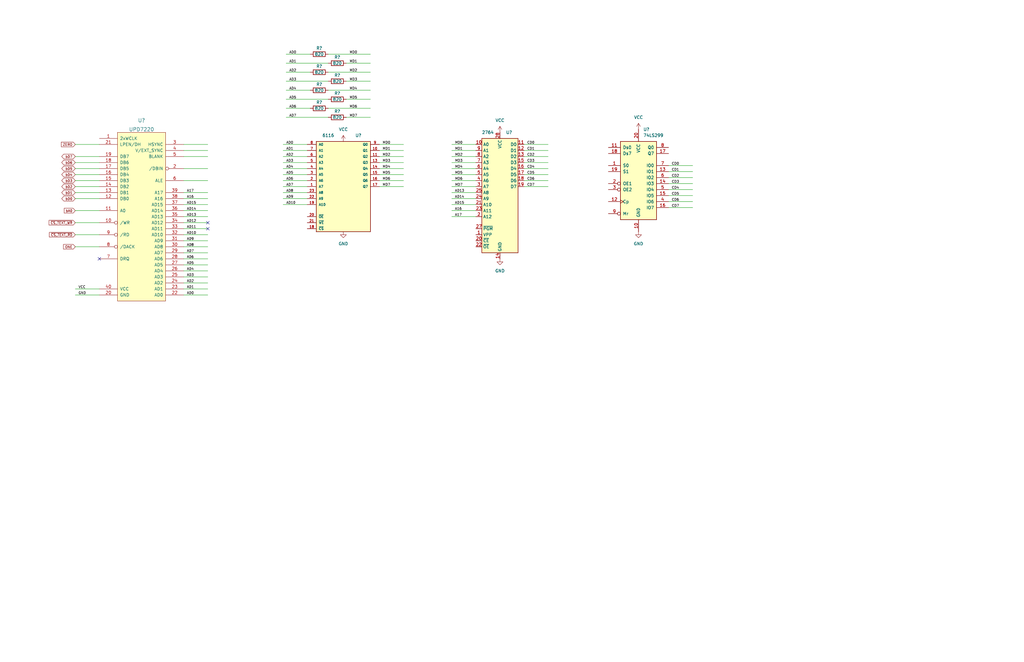
<source format=kicad_sch>
(kicad_sch (version 20211123) (generator eeschema)
  (paper "B")
  (lib_symbols
    (symbol "74xx:74LS299" (pin_names (offset 1.016))
      (property "Reference" "U" (at -7.62 16.51 0))
      (property "Value" "74LS299" (at -7.62 -19.05 0))
      (symbol "74LS299_1_0"
        (pin input line (at -12.7 5.08 0) (length 5.08) (name "S0") (number "1"))
        (pin power_in line (at 0 -22.86 90) (length 5.08) (name "GND") (number "10"))
        (pin input line (at -12.7 12.7 0) (length 5.08) (name "Ds0") (number "11"))
        (pin input clock (at -12.7 -10.16 0) (length 5.08) (name "Cp") (number "12"))
        (pin tri_state line (at 12.7 2.54 180) (length 5.08) (name "IO1") (number "13"))
        (pin tri_state line (at 12.7 -2.54 180) (length 5.08) (name "IO3") (number "14"))
        (pin tri_state line (at 12.7 -7.62 180) (length 5.08) (name "IO5") (number "15"))
        (pin tri_state line (at 12.7 -12.7 180) (length 5.08) (name "IO7") (number "16"))
        (pin output line (at 12.7 10.16 180) (length 5.08) (name "Q7") (number "17"))
        (pin input line (at -12.7 10.16 0) (length 5.08) (name "Ds7") (number "18"))
        (pin input line (at -12.7 2.54 0) (length 5.08) (name "S1") (number "19"))
        (pin input inverted (at -12.7 -2.54 0) (length 5.08) (name "OE1") (number "2"))
        (pin power_in line (at 0 20.32 270) (length 5.08) (name "VCC") (number "20"))
        (pin input inverted (at -12.7 -5.08 0) (length 5.08) (name "OE2") (number "3"))
        (pin tri_state line (at 12.7 -10.16 180) (length 5.08) (name "IO6") (number "4"))
        (pin tri_state line (at 12.7 -5.08 180) (length 5.08) (name "IO4") (number "5"))
        (pin tri_state line (at 12.7 0 180) (length 5.08) (name "IO2") (number "6"))
        (pin tri_state line (at 12.7 5.08 180) (length 5.08) (name "IO0") (number "7"))
        (pin output line (at 12.7 12.7 180) (length 5.08) (name "Q0") (number "8"))
        (pin input inverted (at -12.7 -15.24 0) (length 5.08) (name "Mr") (number "9"))
      )
      (symbol "74LS299_1_1"
        (rectangle (start -7.62 15.24) (end 7.62 -17.78) (stroke (width 0.254)) (fill (type background)))
      )
    )
    (symbol "Archer:6116" (pin_names (offset 1.016))
      (property "Reference" "U11" (at 0 20.955 0))
      (property "Value" "6116" (at 0 0 0))
      (symbol "6116_0_0"
        (pin power_in line (at 0 -19.05 90) (length 0) hide (name "GND") (number "12"))
        (pin power_in line (at 0 19.05 270) (length 0) hide (name "VCC") (number "24"))
      )
      (symbol "6116_0_1"
        (rectangle (start -11.43 19.05) (end 11.43 -19.05) (stroke (width 0.254)) (fill (type background)))
      )
      (symbol "6116_1_1"
        (pin input line (at -15.24 0 0) (length 3.81) (name "A7") (number "1"))
        (pin tri_state line (at 15.24 15.24 180) (length 3.81) (name "Q1") (number "10"))
        (pin tri_state line (at 15.24 12.7 180) (length 3.81) (name "Q2") (number "11"))
        (pin tri_state line (at 15.24 10.16 180) (length 3.81) (name "Q3") (number "13"))
        (pin tri_state line (at 15.24 7.62 180) (length 3.81) (name "Q4") (number "14"))
        (pin tri_state line (at 15.24 5.08 180) (length 3.81) (name "Q5") (number "15"))
        (pin tri_state line (at 15.24 2.54 180) (length 3.81) (name "Q6") (number "16"))
        (pin tri_state line (at 15.24 0 180) (length 3.81) (name "Q7") (number "17"))
        (pin input line (at -15.24 -17.78 0) (length 3.81) (name "~{CS}") (number "18"))
        (pin input line (at -15.24 -7.62 0) (length 3.81) (name "A10") (number "19"))
        (pin input line (at -15.24 2.54 0) (length 3.81) (name "A6") (number "2"))
        (pin input line (at -15.24 -12.7 0) (length 3.81) (name "~{OE}") (number "20"))
        (pin input line (at -15.24 -15.24 0) (length 3.81) (name "~{WE}") (number "21"))
        (pin input line (at -15.24 -5.08 0) (length 3.81) (name "A9") (number "22"))
        (pin input line (at -15.24 -2.54 0) (length 3.81) (name "A8") (number "23"))
        (pin input line (at -15.24 5.08 0) (length 3.81) (name "A5") (number "3"))
        (pin input line (at -15.24 7.62 0) (length 3.81) (name "A4") (number "4"))
        (pin input line (at -15.24 10.16 0) (length 3.81) (name "A3") (number "5"))
        (pin input line (at -15.24 12.7 0) (length 3.81) (name "A2") (number "6"))
        (pin input line (at -15.24 15.24 0) (length 3.81) (name "A1") (number "7"))
        (pin input line (at -15.24 17.78 0) (length 3.81) (name "A0") (number "8"))
        (pin tri_state line (at 15.24 17.78 180) (length 3.81) (name "Q0") (number "9"))
      )
    )
    (symbol "Device:R" (pin_numbers hide) (pin_names (offset 0))
      (property "Reference" "R" (at 2.032 0 90))
      (property "Value" "R" (at 0 0 90))
      (symbol "R_0_1"
        (rectangle (start -1.016 -2.54) (end 1.016 2.54) (stroke (width 0.254)))
      )
      (symbol "R_1_1"
        (pin passive line (at 0 3.81 270) (length 1.27) (name "~") (number "1"))
        (pin passive line (at 0 -3.81 90) (length 1.27) (name "~") (number "2"))
      )
    )
    (symbol "Memory_EPROM:2764"
      (property "Reference" "U" (at -7.62 24.13 0))
      (property "Value" "2764" (at 2.54 -26.67 0))
      (symbol "2764_1_1"
        (rectangle (start -7.62 22.86) (end 7.62 -25.4) (stroke (width 0.254)) (fill (type background)))
        (pin input line (at -10.16 -17.78 0) (length 2.54) (name "VPP") (number "1"))
        (pin input line (at -10.16 20.32 0) (length 2.54) (name "A0") (number "10"))
        (pin tri_state line (at 10.16 20.32 180) (length 2.54) (name "D0") (number "11"))
        (pin tri_state line (at 10.16 17.78 180) (length 2.54) (name "D1") (number "12"))
        (pin tri_state line (at 10.16 15.24 180) (length 2.54) (name "D2") (number "13"))
        (pin power_in line (at 0 -27.94 90) (length 2.54) (name "GND") (number "14"))
        (pin tri_state line (at 10.16 12.7 180) (length 2.54) (name "D3") (number "15"))
        (pin tri_state line (at 10.16 10.16 180) (length 2.54) (name "D4") (number "16"))
        (pin tri_state line (at 10.16 7.62 180) (length 2.54) (name "D5") (number "17"))
        (pin tri_state line (at 10.16 5.08 180) (length 2.54) (name "D6") (number "18"))
        (pin tri_state line (at 10.16 2.54 180) (length 2.54) (name "D7") (number "19"))
        (pin input line (at -10.16 -10.16 0) (length 2.54) (name "A12") (number "2"))
        (pin input line (at -10.16 -20.32 0) (length 2.54) (name "~{CE}") (number "20"))
        (pin input line (at -10.16 -5.08 0) (length 2.54) (name "A10") (number "21"))
        (pin input line (at -10.16 -22.86 0) (length 2.54) (name "~{OE}") (number "22"))
        (pin input line (at -10.16 -7.62 0) (length 2.54) (name "A11") (number "23"))
        (pin input line (at -10.16 -2.54 0) (length 2.54) (name "A9") (number "24"))
        (pin input line (at -10.16 0 0) (length 2.54) (name "A8") (number "25"))
        (pin no_connect line (at 7.62 0 180) (length 2.54) hide (name "NC") (number "26"))
        (pin input line (at -10.16 -15.24 0) (length 2.54) (name "~{PGM}") (number "27"))
        (pin power_in line (at 0 25.4 270) (length 2.54) (name "VCC") (number "28"))
        (pin input line (at -10.16 2.54 0) (length 2.54) (name "A7") (number "3"))
        (pin input line (at -10.16 5.08 0) (length 2.54) (name "A6") (number "4"))
        (pin input line (at -10.16 7.62 0) (length 2.54) (name "A5") (number "5"))
        (pin input line (at -10.16 10.16 0) (length 2.54) (name "A4") (number "6"))
        (pin input line (at -10.16 12.7 0) (length 2.54) (name "A3") (number "7"))
        (pin input line (at -10.16 15.24 0) (length 2.54) (name "A2") (number "8"))
        (pin input line (at -10.16 17.78 0) (length 2.54) (name "A1") (number "9"))
      )
    )
    (symbol "power:GND" (power) (pin_names (offset 0))
      (property "Value" "GND" (at 0 -3.81 0))
      (symbol "GND_0_1"
        (polyline (pts (xy 0 0) (xy 0 -1.27) (xy 1.27 -1.27) (xy 0 -2.54) (xy -1.27 -1.27) (xy 0 -1.27)))
      )
      (symbol "GND_1_1"
        (pin power_in line (at 0 0 270) (length 0) hide (name "GND") (number "1"))
      )
    )
    (symbol "power:VCC" (power) (pin_names (offset 0))
      (property "Value" "VCC" (at 0 3.81 0))
      (symbol "VCC_0_1"
        (polyline (pts (xy -0.762 1.27) (xy 0 2.54)))
        (polyline (pts (xy 0 0) (xy 0 2.54)))
        (polyline (pts (xy 0 2.54) (xy 0.762 1.27)))
      )
      (symbol "VCC_1_1"
        (pin power_in line (at 0 0 90) (length 0) hide (name "VCC") (number "1"))
      )
    )
    (symbol "uPD7220:UPD7220" (pin_names (offset 1.016))
      (property "Reference" "U?" (at 0 -10.16 0))
      (property "Value" "UPD7220" (at 0 27.94 0))
      (symbol "UPD7220_0_1"
        (rectangle (start -10.16 26.67) (end 10.16 -44.45) (fill (type background)))
      )
      (symbol "UPD7220_1_1"
        (pin input line (at -17.78 24.13 0) (length 7.62) (name "2xWCLK") (number "1"))
        (pin input inverted (at -17.78 -11.43 0) (length 7.62) (name "/WR") (number "10"))
        (pin input line (at -17.78 -6.35 0) (length 7.62) (name "A0") (number "11"))
        (pin bidirectional line (at -17.78 -1.27 0) (length 7.62) (name "DB0") (number "12"))
        (pin bidirectional line (at -17.78 1.27 0) (length 7.62) (name "DB1") (number "13"))
        (pin bidirectional line (at -17.78 3.81 0) (length 7.62) (name "DB2") (number "14"))
        (pin bidirectional line (at -17.78 6.35 0) (length 7.62) (name "DB3") (number "15"))
        (pin bidirectional line (at -17.78 8.89 0) (length 7.62) (name "DB4") (number "16"))
        (pin bidirectional line (at -17.78 11.43 0) (length 7.62) (name "DB5") (number "17"))
        (pin bidirectional line (at -17.78 13.97 0) (length 7.62) (name "DB6") (number "18"))
        (pin bidirectional line (at -17.78 16.51 0) (length 7.62) (name "DB7") (number "19"))
        (pin output inverted (at 17.78 11.43 180) (length 7.62) (name "/DBIN") (number "2"))
        (pin power_in line (at -17.78 -41.91 0) (length 7.62) (name "GND") (number "20"))
        (pin input line (at -17.78 21.59 0) (length 7.62) (name "LPEN/DH") (number "21"))
        (pin bidirectional line (at 17.78 -41.91 180) (length 7.62) (name "AD0") (number "22"))
        (pin bidirectional line (at 17.78 -39.37 180) (length 7.62) (name "AD1") (number "23"))
        (pin bidirectional line (at 17.78 -36.83 180) (length 7.62) (name "AD2") (number "24"))
        (pin bidirectional line (at 17.78 -34.29 180) (length 7.62) (name "AD3") (number "25"))
        (pin bidirectional line (at 17.78 -31.75 180) (length 7.62) (name "AD4") (number "26"))
        (pin bidirectional line (at 17.78 -29.21 180) (length 7.62) (name "AD5") (number "27"))
        (pin bidirectional line (at 17.78 -26.67 180) (length 7.62) (name "AD6") (number "28"))
        (pin bidirectional line (at 17.78 -24.13 180) (length 7.62) (name "AD7") (number "29"))
        (pin output line (at 17.78 21.59 180) (length 7.62) (name "HSYNC") (number "3"))
        (pin bidirectional line (at 17.78 -21.59 180) (length 7.62) (name "AD8") (number "30"))
        (pin bidirectional line (at 17.78 -19.05 180) (length 7.62) (name "AD9") (number "31"))
        (pin bidirectional line (at 17.78 -16.51 180) (length 7.62) (name "AD10") (number "32"))
        (pin bidirectional line (at 17.78 -13.97 180) (length 7.62) (name "AD11") (number "33"))
        (pin bidirectional line (at 17.78 -11.43 180) (length 7.62) (name "AD12") (number "34"))
        (pin bidirectional line (at 17.78 -8.89 180) (length 7.62) (name "AD13") (number "35"))
        (pin bidirectional line (at 17.78 -6.35 180) (length 7.62) (name "AD14") (number "36"))
        (pin bidirectional line (at 17.78 -3.81 180) (length 7.62) (name "AD15") (number "37"))
        (pin output line (at 17.78 -1.27 180) (length 7.62) (name "A16") (number "38"))
        (pin output line (at 17.78 1.27 180) (length 7.62) (name "A17") (number "39"))
        (pin output line (at 17.78 19.05 180) (length 7.62) (name "V/EXT_SYNC") (number "4"))
        (pin power_in line (at -17.78 -39.37 0) (length 7.62) (name "VCC") (number "40"))
        (pin output line (at 17.78 16.51 180) (length 7.62) (name "BLANK") (number "5"))
        (pin output line (at 17.78 6.35 180) (length 7.62) (name "ALE") (number "6"))
        (pin output line (at -17.78 -26.67 0) (length 7.62) (name "DRQ") (number "7"))
        (pin input inverted (at -17.78 -21.59 0) (length 7.62) (name "/DACK") (number "8"))
        (pin input inverted (at -17.78 -16.51 0) (length 7.62) (name "/RD") (number "9"))
      )
    )
  )
  (no_connect (at 41.91 109.22))
  (no_connect (at 87.63 96.52))
  (no_connect (at 87.63 93.98))
  (wire (pts (xy 87.63 63.5) (xy 77.47 63.5)))
  (wire (pts (xy 156.21 49.53) (xy 146.05 49.53)))
  (wire (pts (xy 231.14 63.5) (xy 220.98 63.5)))
  (wire (pts (xy 156.21 41.91) (xy 146.05 41.91)))
  (wire (pts (xy 87.63 86.36) (xy 77.47 86.36)))
  (wire (pts (xy 87.63 116.84) (xy 77.47 116.84)))
  (wire (pts (xy 129.54 71.12) (xy 119.38 71.12)))
  (wire (pts (xy 129.54 81.28) (xy 119.38 81.28)))
  (wire (pts (xy 87.63 66.04) (xy 77.47 66.04)))
  (wire (pts (xy 41.91 60.96) (xy 31.75 60.96)))
  (wire (pts (xy 129.54 83.82) (xy 119.38 83.82)))
  (wire (pts (xy 200.66 78.74) (xy 190.5 78.74)))
  (wire (pts (xy 41.91 121.92) (xy 31.75 121.92)))
  (wire (pts (xy 231.14 66.04) (xy 220.98 66.04)))
  (wire (pts (xy 292.1 87.63) (xy 281.94 87.63)))
  (wire (pts (xy 41.91 93.98) (xy 31.75 93.98)))
  (wire (pts (xy 200.66 76.2) (xy 190.5 76.2)))
  (wire (pts (xy 87.63 71.12) (xy 77.47 71.12)))
  (wire (pts (xy 200.66 86.36) (xy 190.5 86.36)))
  (wire (pts (xy 41.91 88.9) (xy 31.75 88.9)))
  (wire (pts (xy 200.66 68.58) (xy 190.5 68.58)))
  (wire (pts (xy 41.91 124.46) (xy 31.75 124.46)))
  (wire (pts (xy 156.21 26.67) (xy 146.05 26.67)))
  (wire (pts (xy 87.63 99.06) (xy 77.47 99.06)))
  (wire (pts (xy 170.18 73.66) (xy 160.02 73.66)))
  (wire (pts (xy 41.91 104.14) (xy 31.75 104.14)))
  (wire (pts (xy 129.54 66.04) (xy 119.38 66.04)))
  (wire (pts (xy 170.18 60.96) (xy 160.02 60.96)))
  (wire (pts (xy 138.43 38.1) (xy 156.21 38.1)))
  (wire (pts (xy 170.18 63.5) (xy 160.02 63.5)))
  (wire (pts (xy 200.66 81.28) (xy 190.5 81.28)))
  (wire (pts (xy 87.63 60.96) (xy 77.47 60.96)))
  (wire (pts (xy 87.63 76.2) (xy 77.47 76.2)))
  (wire (pts (xy 120.65 26.67) (xy 138.43 26.67)))
  (wire (pts (xy 170.18 78.74) (xy 160.02 78.74)))
  (wire (pts (xy 120.65 41.91) (xy 138.43 41.91)))
  (wire (pts (xy 129.54 73.66) (xy 119.38 73.66)))
  (wire (pts (xy 170.18 66.04) (xy 160.02 66.04)))
  (wire (pts (xy 200.66 71.12) (xy 190.5 71.12)))
  (wire (pts (xy 200.66 73.66) (xy 190.5 73.66)))
  (wire (pts (xy 87.63 81.28) (xy 77.47 81.28)))
  (wire (pts (xy 87.63 106.68) (xy 77.47 106.68)))
  (wire (pts (xy 231.14 76.2) (xy 220.98 76.2)))
  (wire (pts (xy 41.91 99.06) (xy 31.75 99.06)))
  (wire (pts (xy 120.65 49.53) (xy 138.43 49.53)))
  (wire (pts (xy 41.91 66.04) (xy 31.75 66.04)))
  (wire (pts (xy 292.1 69.85) (xy 281.94 69.85)))
  (wire (pts (xy 120.65 34.29) (xy 138.43 34.29)))
  (wire (pts (xy 87.63 121.92) (xy 77.47 121.92)))
  (wire (pts (xy 41.91 76.2) (xy 31.75 76.2)))
  (wire (pts (xy 87.63 104.14) (xy 77.47 104.14)))
  (wire (pts (xy 130.81 30.48) (xy 120.65 30.48)))
  (wire (pts (xy 292.1 80.01) (xy 281.94 80.01)))
  (wire (pts (xy 41.91 81.28) (xy 31.75 81.28)))
  (wire (pts (xy 138.43 45.72) (xy 156.21 45.72)))
  (wire (pts (xy 231.14 60.96) (xy 220.98 60.96)))
  (wire (pts (xy 129.54 76.2) (xy 119.38 76.2)))
  (wire (pts (xy 87.63 111.76) (xy 77.47 111.76)))
  (wire (pts (xy 87.63 93.98) (xy 77.47 93.98)))
  (wire (pts (xy 170.18 76.2) (xy 160.02 76.2)))
  (wire (pts (xy 41.91 78.74) (xy 31.75 78.74)))
  (wire (pts (xy 292.1 74.93) (xy 281.94 74.93)))
  (wire (pts (xy 129.54 63.5) (xy 119.38 63.5)))
  (wire (pts (xy 231.14 71.12) (xy 220.98 71.12)))
  (wire (pts (xy 156.21 34.29) (xy 146.05 34.29)))
  (wire (pts (xy 87.63 88.9) (xy 77.47 88.9)))
  (wire (pts (xy 170.18 71.12) (xy 160.02 71.12)))
  (wire (pts (xy 87.63 109.22) (xy 77.47 109.22)))
  (wire (pts (xy 41.91 83.82) (xy 31.75 83.82)))
  (wire (pts (xy 87.63 114.3) (xy 77.47 114.3)))
  (wire (pts (xy 87.63 96.52) (xy 77.47 96.52)))
  (wire (pts (xy 87.63 124.46) (xy 77.47 124.46)))
  (wire (pts (xy 231.14 68.58) (xy 220.98 68.58)))
  (wire (pts (xy 200.66 60.96) (xy 190.5 60.96)))
  (wire (pts (xy 200.66 88.9) (xy 190.5 88.9)))
  (wire (pts (xy 200.66 66.04) (xy 190.5 66.04)))
  (wire (pts (xy 87.63 91.44) (xy 77.47 91.44)))
  (wire (pts (xy 138.43 22.86) (xy 156.21 22.86)))
  (wire (pts (xy 200.66 91.44) (xy 190.5 91.44)))
  (wire (pts (xy 87.63 101.6) (xy 77.47 101.6)))
  (wire (pts (xy 41.91 73.66) (xy 31.75 73.66)))
  (wire (pts (xy 129.54 60.96) (xy 119.38 60.96)))
  (wire (pts (xy 129.54 78.74) (xy 119.38 78.74)))
  (wire (pts (xy 292.1 72.39) (xy 281.94 72.39)))
  (wire (pts (xy 200.66 83.82) (xy 190.5 83.82)))
  (wire (pts (xy 130.81 45.72) (xy 120.65 45.72)))
  (wire (pts (xy 292.1 77.47) (xy 281.94 77.47)))
  (wire (pts (xy 41.91 71.12) (xy 31.75 71.12)))
  (wire (pts (xy 41.91 68.58) (xy 31.75 68.58)))
  (wire (pts (xy 231.14 78.74) (xy 220.98 78.74)))
  (wire (pts (xy 231.14 73.66) (xy 220.98 73.66)))
  (wire (pts (xy 87.63 119.38) (xy 77.47 119.38)))
  (wire (pts (xy 292.1 82.55) (xy 281.94 82.55)))
  (wire (pts (xy 130.81 22.86) (xy 120.65 22.86)))
  (wire (pts (xy 130.81 38.1) (xy 120.65 38.1)))
  (wire (pts (xy 292.1 85.09) (xy 281.94 85.09)))
  (wire (pts (xy 129.54 68.58) (xy 119.38 68.58)))
  (wire (pts (xy 200.66 63.5) (xy 190.5 63.5)))
  (wire (pts (xy 138.43 30.48) (xy 156.21 30.48)))
  (wire (pts (xy 170.18 68.58) (xy 160.02 68.58)))
  (wire (pts (xy 87.63 83.82) (xy 77.47 83.82)))
  (wire (pts (xy 129.54 86.36) (xy 119.38 86.36)))
  (label "MD5" (at 147.32 41.91 0) (effects (font (size 1.016 1.016))))
  (label "AD5" (at 121.92 41.91 0) (effects (font (size 1.016 1.016))))
  (label "CD1" (at 283.21 72.39 0) (effects (font (size 1.016 1.016))))
  (label "AD1" (at 78.74 121.92 0) (effects (font (size 1.016 1.016))))
  (label "AD4" (at 120.65 71.12 0) (effects (font (size 1.016 1.016))))
  (label "MD4" (at 191.77 71.12 0) (effects (font (size 1.016 1.016))))
  (label "AD0" (at 78.74 124.46 0) (effects (font (size 1.016 1.016))))
  (label "AD5" (at 120.65 73.66 0) (effects (font (size 1.016 1.016))))
  (label "AD11" (at 78.74 96.52 0) (effects (font (size 1.016 1.016))))
  (label "CD2" (at 283.21 74.93 0) (effects (font (size 1.016 1.016))))
  (label "AD10" (at 120.65 86.36 0) (effects (font (size 1.016 1.016))))
  (label "AD8" (at 78.74 104.14 0) (effects (font (size 1.016 1.016))))
  (label "AD4" (at 78.74 114.3 0) (effects (font (size 1.016 1.016))))
  (label "A16" (at 78.74 83.82 0) (effects (font (size 1.016 1.016))))
  (label "MD3" (at 191.77 68.58 0) (effects (font (size 1.016 1.016))))
  (label "CD5" (at 222.25 73.66 0) (effects (font (size 1.016 1.016))))
  (label "MD0" (at 147.32 22.86 0) (effects (font (size 1.016 1.016))))
  (label "A16" (at 191.77 88.9 0) (effects (font (size 1.016 1.016))))
  (label "MD7" (at 147.32 49.53 0) (effects (font (size 1.016 1.016))))
  (label "AD12" (at 78.74 93.98 0) (effects (font (size 1.016 1.016))))
  (label "AD14" (at 191.77 83.82 0) (effects (font (size 1.016 1.016))))
  (label "VCC" (at 33.02 121.92 0) (effects (font (size 1.016 1.016))))
  (label "AD13" (at 78.74 91.44 0) (effects (font (size 1.016 1.016))))
  (label "CD4" (at 283.21 80.01 0) (effects (font (size 1.016 1.016))))
  (label "AD9" (at 78.74 101.6 0) (effects (font (size 1.016 1.016))))
  (label "AD15" (at 191.77 86.36 0) (effects (font (size 1.016 1.016))))
  (label "MD1" (at 161.29 63.5 0) (effects (font (size 1.016 1.016))))
  (label "MD2" (at 147.32 30.48 0) (effects (font (size 1.016 1.016))))
  (label "CD0" (at 222.25 60.96 0) (effects (font (size 1.016 1.016))))
  (label "MD1" (at 191.77 63.5 0) (effects (font (size 1.016 1.016))))
  (label "CD5" (at 283.21 82.55 0) (effects (font (size 1.016 1.016))))
  (label "AD0" (at 120.65 60.96 0) (effects (font (size 1.016 1.016))))
  (label "A17" (at 191.77 91.44 0) (effects (font (size 1.016 1.016))))
  (label "MD5" (at 191.77 73.66 0) (effects (font (size 1.016 1.016))))
  (label "CD3" (at 222.25 68.58 0) (effects (font (size 1.016 1.016))))
  (label "AD2" (at 121.92 30.48 0) (effects (font (size 1.016 1.016))))
  (label "MD7" (at 161.29 78.74 0) (effects (font (size 1.016 1.016))))
  (label "AD14" (at 78.74 88.9 0) (effects (font (size 1.016 1.016))))
  (label "MD4" (at 161.29 71.12 0) (effects (font (size 1.016 1.016))))
  (label "AD0" (at 121.92 22.86 0) (effects (font (size 1.016 1.016))))
  (label "CD2" (at 222.25 66.04 0) (effects (font (size 1.016 1.016))))
  (label "MD0" (at 161.29 60.96 0) (effects (font (size 1.016 1.016))))
  (label "AD3" (at 120.65 68.58 0) (effects (font (size 1.016 1.016))))
  (label "AD7" (at 78.74 106.68 0) (effects (font (size 1.016 1.016))))
  (label "A17" (at 78.74 81.28 0) (effects (font (size 1.016 1.016))))
  (label "MD4" (at 147.32 38.1 0) (effects (font (size 1.016 1.016))))
  (label "CD3" (at 283.21 77.47 0) (effects (font (size 1.016 1.016))))
  (label "MD2" (at 191.77 66.04 0) (effects (font (size 1.016 1.016))))
  (label "CD6" (at 283.21 85.09 0) (effects (font (size 1.016 1.016))))
  (label "AD6" (at 78.74 109.22 0) (effects (font (size 1.016 1.016))))
  (label "AD6" (at 121.92 45.72 0) (effects (font (size 1.016 1.016))))
  (label "AD6" (at 120.65 76.2 0) (effects (font (size 1.016 1.016))))
  (label "AD4" (at 121.92 38.1 0) (effects (font (size 1.016 1.016))))
  (label "AD1" (at 120.65 63.5 0) (effects (font (size 1.016 1.016))))
  (label "AD15" (at 78.74 86.36 0) (effects (font (size 1.016 1.016))))
  (label "MD0" (at 191.77 60.96 0) (effects (font (size 1.016 1.016))))
  (label "MD5" (at 161.29 73.66 0) (effects (font (size 1.016 1.016))))
  (label "AD1" (at 121.92 26.67 0) (effects (font (size 1.016 1.016))))
  (label "AD8" (at 120.65 81.28 0) (effects (font (size 1.016 1.016))))
  (label "AD9" (at 120.65 83.82 0) (effects (font (size 1.016 1.016))))
  (label "MD2" (at 161.29 66.04 0) (effects (font (size 1.016 1.016))))
  (label "AD3" (at 121.92 34.29 0) (effects (font (size 1.016 1.016))))
  (label "GND" (at 33.02 124.46 0) (effects (font (size 1.016 1.016))))
  (label "AD5" (at 78.74 111.76 0) (effects (font (size 1.016 1.016))))
  (label "CD6" (at 222.25 76.2 0) (effects (font (size 1.016 1.016))))
  (label "MD6" (at 147.32 45.72 0) (effects (font (size 1.016 1.016))))
  (label "AD7" (at 120.65 78.74 0) (effects (font (size 1.016 1.016))))
  (label "CD7" (at 283.21 87.63 0) (effects (font (size 1.016 1.016))))
  (label "AD10" (at 78.74 99.06 0) (effects (font (size 1.016 1.016))))
  (label "MD6" (at 161.29 76.2 0) (effects (font (size 1.016 1.016))))
  (label "CD4" (at 222.25 71.12 0) (effects (font (size 1.016 1.016))))
  (label "MD1" (at 147.32 26.67 0) (effects (font (size 1.016 1.016))))
  (label "CD7" (at 222.25 78.74 0) (effects (font (size 1.016 1.016))))
  (label "MD3" (at 147.32 34.29 0) (effects (font (size 1.016 1.016))))
  (label "AD13" (at 191.77 81.28 0) (effects (font (size 1.016 1.016))))
  (label "CD0" (at 283.21 69.85 0) (effects (font (size 1.016 1.016))))
  (label "AD7" (at 121.92 49.53 0) (effects (font (size 1.016 1.016))))
  (label "AD2" (at 78.74 119.38 0) (effects (font (size 1.016 1.016))))
  (label "CD1" (at 222.25 63.5 0) (effects (font (size 1.016 1.016))))
  (label "MD7" (at 191.77 78.74 0) (effects (font (size 1.016 1.016))))
  (label "AD3" (at 78.74 116.84 0) (effects (font (size 1.016 1.016))))
  (label "MD6" (at 191.77 76.2 0) (effects (font (size 1.016 1.016))))
  (label "MD3" (at 161.29 68.58 0) (effects (font (size 1.016 1.016))))
  (label "AD2" (at 120.65 66.04 0) (effects (font (size 1.016 1.016))))
  (global_label "ONE" (shape input) (at 31.75 104.14 180) (effects (font (size 1.016 1.016))) (property "Intersheet References" "${INTERSHEET_REFS}" (effects hide)))
  (global_label "~{CS_TEXT_RD}" (shape input) (at 31.75 99.06 180) (effects (font (size 1.016 1.016))) (property "Intersheet References" "${INTERSHEET_REFS}" (effects hide)))
  (global_label "bD4" (shape bidirectional) (at 31.75 73.66 180) (effects (font (size 1.016 1.016))) (property "Intersheet References" "${INTERSHEET_REFS}" (effects hide)))
  (global_label "bD5" (shape bidirectional) (at 31.75 71.12 180) (effects (font (size 1.016 1.016))) (property "Intersheet References" "${INTERSHEET_REFS}" (effects hide)))
  (global_label "bD0" (shape bidirectional) (at 31.75 83.82 180) (effects (font (size 1.016 1.016))) (property "Intersheet References" "${INTERSHEET_REFS}" (effects hide)))
  (global_label "ZERO" (shape input) (at 31.75 60.96 180) (effects (font (size 1.016 1.016))) (property "Intersheet References" "${INTERSHEET_REFS}" (effects hide)))
  (global_label "bD2" (shape bidirectional) (at 31.75 78.74 180) (effects (font (size 1.016 1.016))) (property "Intersheet References" "${INTERSHEET_REFS}" (effects hide)))
  (global_label "bA0" (shape input) (at 31.75 88.9 180) (effects (font (size 1.016 1.016))) (property "Intersheet References" "${INTERSHEET_REFS}" (effects hide)))
  (global_label "bD7" (shape bidirectional) (at 31.75 66.04 180) (effects (font (size 1.016 1.016))) (property "Intersheet References" "${INTERSHEET_REFS}" (effects hide)))
  (global_label "bD1" (shape bidirectional) (at 31.75 81.28 180) (effects (font (size 1.016 1.016))) (property "Intersheet References" "${INTERSHEET_REFS}" (effects hide)))
  (global_label "bD6" (shape bidirectional) (at 31.75 68.58 180) (effects (font (size 1.016 1.016))) (property "Intersheet References" "${INTERSHEET_REFS}" (effects hide)))
  (global_label "~{CS_TEXT_WR}" (shape input) (at 31.75 93.98 180) (effects (font (size 1.016 1.016))) (property "Intersheet References" "${INTERSHEET_REFS}" (effects hide)))
  (global_label "bD3" (shape bidirectional) (at 31.75 76.2 180) (effects (font (size 1.016 1.016))) (property "Intersheet References" "${INTERSHEET_REFS}" (effects hide)))
  (symbol (lib_id "Archer:6116") (at 144.78 78.74 0) (unit 1)
    (property "Reference" "U?" (at 151.13 57.15 0))
    (property "Value" "6116" (at 138.43 57.15 0))
    (property "Footprint" "modules:DIP-24_W15.24mm_LongPads" (effects hide))
  )
  (symbol (lib_id "74xx:74LS299") (at 269.24 74.93 0) (unit 1)
    (property "Reference" "U?" (at 271.2594 54.61 0) (effects (justify left)))
    (property "Value" "74LS299" (at 271.2594 57.15 0) (effects (justify left)))
    (property "Datasheet" "http://www.ti.com/lit/gpn/sn74LS299" (effects hide))
  )
  (symbol (lib_id "power:GND") (at 269.24 97.79 0) (unit 1)
    (property "Reference" "#PWR?" (effects hide))
    (property "Value" "GND" (at 269.24 102.87 0))
  )
  (symbol (lib_id "Memory_EPROM:2764") (at 210.82 81.28 0) (unit 1)
    (property "Reference" "U?" (at 213.36 55.88 0) (effects (justify left)))
    (property "Value" "2764" (at 203.2 55.88 0) (effects (justify left)))
    (property "Footprint" "Package_DIP:DIP-28_W15.24mm" (effects hide))
    (property "Datasheet" "https://downloads.reactivemicro.com/Electronics/ROM/2764%20EPROM.pdf" (effects hide))
  )
  (symbol (lib_id "Device:R") (at 134.62 22.86 90) (unit 1)
    (property "Reference" "R?" (at 134.62 20.32 90))
    (property "Value" "820" (at 134.62 22.86 90))
  )
  (symbol (lib_id "power:GND") (at 144.78 97.79 0) (unit 1)
    (property "Reference" "#PWR?" (effects hide))
    (property "Value" "GND" (at 144.78 102.87 0))
  )
  (symbol (lib_id "Device:R") (at 142.24 26.67 90) (unit 1)
    (property "Reference" "R?" (at 142.24 24.13 90))
    (property "Value" "820" (at 142.24 26.67 90))
  )
  (symbol (lib_id "Device:R") (at 134.62 38.1 90) (unit 1)
    (property "Reference" "R?" (at 134.62 35.56 90))
    (property "Value" "820" (at 134.62 38.1 90))
  )
  (symbol (lib_id "uPD7220:UPD7220") (at 59.69 82.55 0) (unit 1)
    (property "Reference" "U?" (at 59.69 50.8 0) (effects (font (size 1.524 1.524))))
    (property "Value" "UPD7220" (at 59.69 54.61 0) (effects (font (size 1.524 1.524))))
  )
  (symbol (lib_id "power:VCC") (at 144.78 59.69 0) (unit 1)
    (property "Reference" "#PWR?" (effects hide))
    (property "Value" "VCC" (at 144.78 54.61 0))
  )
  (symbol (lib_id "Device:R") (at 134.62 45.72 90) (unit 1)
    (property "Reference" "R?" (at 134.62 43.18 90))
    (property "Value" "820" (at 134.62 45.72 90))
  )
  (symbol (lib_id "power:GND") (at 210.82 109.22 0) (unit 1)
    (property "Reference" "#PWR?" (effects hide))
    (property "Value" "GND" (at 210.82 114.3 0))
  )
  (symbol (lib_id "power:VCC") (at 210.82 55.88 0) (unit 1)
    (property "Reference" "#PWR?" (effects hide))
    (property "Value" "VCC" (at 210.82 50.8 0))
  )
  (symbol (lib_id "Device:R") (at 142.24 49.53 90) (unit 1)
    (property "Reference" "R?" (at 142.24 46.99 90))
    (property "Value" "820" (at 142.24 49.53 90))
  )
  (symbol (lib_id "power:VCC") (at 269.24 54.61 0) (unit 1)
    (property "Reference" "#PWR?" (effects hide))
    (property "Value" "VCC" (at 269.24 49.53 0))
  )
  (symbol (lib_id "Device:R") (at 134.62 30.48 90) (unit 1)
    (property "Reference" "R?" (at 134.62 27.94 90))
    (property "Value" "820" (at 134.62 30.48 90))
  )
  (symbol (lib_id "Device:R") (at 142.24 41.91 90) (unit 1)
    (property "Reference" "R?" (at 142.24 39.37 90))
    (property "Value" "820" (at 142.24 41.91 90))
  )
  (symbol (lib_id "Device:R") (at 142.24 34.29 90) (unit 1)
    (property "Reference" "R?" (at 142.24 31.75 90))
    (property "Value" "820" (at 142.24 34.29 90))
  )
)
</source>
